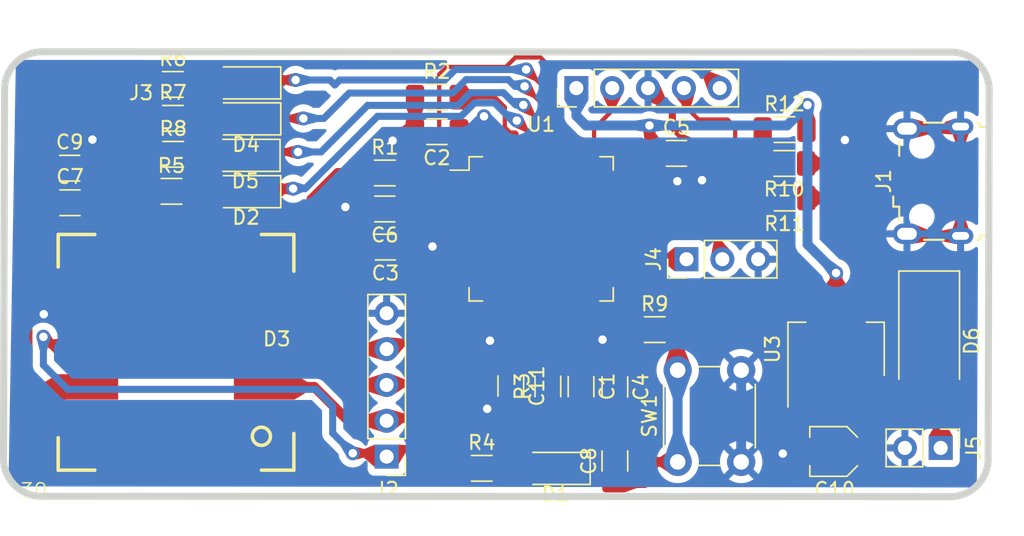
<source format=kicad_pcb>
(kicad_pcb (version 20221018) (generator pcbnew)
  (layers (0 "F.Cu" signal) (31 "B.Cu" signal) (34 "B.Paste" user) (35 "F.Paste" user) (36 "B.SilkS" user "B.Silkscreen") (37 "F.SilkS" user "F.Silkscreen") (38 "B.Mask" user) (39 "F.Mask" user) (44 "Edge.Cuts" user))
  (net 0 "")
  (net 1 "VDD")
  (net 2 "GND")
  (net 3 "BTN_RUN")
  (net 4 "Net-(D1-A)")
  (net 5 "LED_RUN")
  (net 6 "Net-(D2-A)")
  (net 7 "LED_X")
  (net 8 "Net-(D3-A)")
  (net 9 "LED_Y")
  (net 10 "Net-(D4-A)")
  (net 11 "LED_Z")
  (net 12 "Net-(D5-A)")
  (net 13 "Net-(D6-A)")
  (net 15 "Net-(J1-D-)")
  (net 16 "Net-(J1-D+)")
  (net 18 "VIBS_X")
  (net 19 "VIBS_Y")
  (net 20 "VIBS_Z")
  (net 21 "VIBS_T")
  (net 22 "SWD_CLK")
  (net 23 "SWD_IO")
  (net 24 "NRST")
  (net 25 "UART_TX")
  (net 26 "UART_RX")
  (net 27 "USB_DP")
  (net 28 "USB_DM")
  (net 29 "Net-(U1-PB11)")
  (net 30 "Net-(D6-K)")
  (net 31 "Net-(U1-BOOT0)")
  (net 32 "Net-(U1-PB2)")
  (footprint "Capacitor_SMD:C_1206_3216Metric_Pad1.33x1.80mm_HandSolder" (layer "F.Cu") (at 143.075 88.64 180)
    (fp_text reference "C6")
    (fp_text value "4.7uF")
  )
  (footprint "Capacitor_SMD:C_1206_3216Metric_Pad1.33x1.80mm_HandSolder" (layer "F.Cu") (at 163.7375 84.7)
    (fp_text reference "C5")
    (fp_text value "100nF")
  )
  (footprint "Capacitor_SMD:C_1206_3216Metric_Pad1.33x1.80mm_HandSolder" (layer "F.Cu") (at 120.7375 85.75)
    (fp_text reference "C9")
    (fp_text value "4.7uF")
  )
  (footprint "Connector_PinHeader_2.54mm:PinHeader_1x02_P2.54mm_Vertical" (layer "F.Cu") (at 182.465 105.575 -90)
    (fp_text reference "J5")
    (fp_text value "Conn_01x02_Pin")
  )
  (footprint "Capacitor_SMD:C_1206_3216Metric_Pad1.33x1.80mm_HandSolder" (layer "F.Cu") (at 159.375 106.5025 90)
    (fp_text reference "C8")
    (fp_text value "100nF")
  )
  (footprint "Capacitor_SMD:C_1206_3216Metric_Pad1.33x1.80mm_HandSolder" (layer "F.Cu") (at 146.7625 83.165 180)
    (fp_text reference "C2")
    (fp_text value "100nF")
  )
  (footprint "Package_PLLC:TE-830M1" (layer "F.Cu") (at 128.525 98.75 90)
    (fp_text reference "U2")
    (fp_text value "TE-830M1-0025")
  )
  (footprint "Capacitor_SMD:C_Elec_3x5.4" (layer "F.Cu") (at 174.95 105.825 180)
    (fp_text reference "C10")
    (fp_text value "100uF")
  )
  (footprint "Capacitor_SMD:C_1206_3216Metric_Pad1.33x1.80mm_HandSolder" (layer "F.Cu") (at 120.7625 88.2)
    (fp_text reference "C7")
    (fp_text value "100nF")
  )
  (footprint "Resistor_SMD:R_1206_3216Metric_Pad1.30x1.75mm_HandSolder" (layer "F.Cu") (at 143.075 86.09)
    (fp_text reference "R1")
    (fp_text value "10K")
  )
  (footprint "Package_QFP:LQFP-64_10x10mm_P0.5mm" (layer "F.Cu") (at 154.15 90.05)
    (fp_text reference "U1")
    (fp_text value "STM32F103RBTx")
  )
  (footprint "Resistor_SMD:R_1206_3216Metric_Pad1.30x1.75mm_HandSolder" (layer "F.Cu") (at 171.4 83.015)
    (fp_text reference "R12")
    (fp_text value "10K")
  )
  (footprint "Button_Switch_THT:SW_PUSH_6mm" (layer "F.Cu") (at 163.825 106.565 90)
    (fp_text reference "SW1")
    (fp_text value "SW_Push")
  )
  (footprint "LED_SMD:LED_1206_3216Metric_Pad1.42x1.75mm_HandSolder" (layer "F.Cu") (at 133.2375 79.705 180)
    (fp_text reference "D3")
    (fp_text value "GREEN")
  )
  (footprint "Connector_PinHeader_2.54mm:PinHeader_1x05_P2.54mm_Vertical" (layer "F.Cu") (at 143.2 106.19 180)
    (fp_text reference "J2")
    (fp_text value "Conn_01x05_Pin")
  )
  (footprint "Resistor_SMD:R_1206_3216Metric_Pad1.30x1.75mm_HandSolder" (layer "F.Cu") (at 128.05 79.815)
    (fp_text reference "R6")
    (fp_text value "1K")
  )
  (footprint "LED_SMD:LED_1206_3216Metric_Pad1.42x1.75mm_HandSolder" (layer "F.Cu") (at 155.1625 107.025 180)
    (fp_text reference "D1")
    (fp_text value "BLUE")
  )
  (footprint "Diode_SMD:D_SMA-SMB_Universal_Handsoldering" (layer "F.Cu") (at 181.65 98 -90)
    (fp_text reference "D6")
    (fp_text value "D")
  )
  (footprint "Resistor_SMD:R_1206_3216Metric_Pad1.30x1.75mm_HandSolder" (layer "F.Cu") (at 171.4 87.865 180)
    (fp_text reference "R11")
    (fp_text value "68")
  )
  (footprint "LED_SMD:LED_1206_3216Metric_Pad1.42x1.75mm_HandSolder" (layer "F.Cu") (at 133.1875 84.84 180)
    (fp_text reference "D5")
    (fp_text value "GREEN")
  )
  (footprint "Connector_PinHeader_2.54mm:PinHeader_1x05_P2.54mm_Vertical" (layer "F.Cu") (at 156.645 80.075 90)
    (fp_text reference "J3")
    (fp_text value "Conn_01x05_Pin")
  )
  (footprint "Resistor_SMD:R_1206_3216Metric_Pad1.30x1.75mm_HandSolder" (layer "F.Cu") (at 154.625 101.215 90)
    (fp_text reference "R3")
    (fp_text value "0")
  )
  (footprint "Resistor_SMD:R_1206_3216Metric_Pad1.30x1.75mm_HandSolder" (layer "F.Cu") (at 162.2 97.19)
    (fp_text reference "R9")
    (fp_text value "10K")
  )
  (footprint "Resistor_SMD:R_1206_3216Metric_Pad1.30x1.75mm_HandSolder" (layer "F.Cu") (at 171.375 85.415 180)
    (fp_text reference "R10")
    (fp_text value "68")
  )
  (footprint "Connector_USB:USB_Micro-B_Wuerth_629105150521" (layer "F.Cu") (at 181.925 86.675 90)
    (fp_text reference "J1")
    (fp_text value "USB_B_Micro")
  )
  (footprint "Resistor_SMD:R_1206_3216Metric_Pad1.30x1.75mm_HandSolder" (layer "F.Cu") (at 146.7625 80.715)
    (fp_text reference "R2")
    (fp_text value "0")
  )
  (footprint "Connector_PinHeader_2.54mm:PinHeader_1x03_P2.54mm_Vertical" (layer "F.Cu") (at 164.45 92.2 90)
    (fp_text reference "J4")
    (fp_text value "Conn_01x03_Pin")
  )
  (footprint "Package_TO_SOT_SMD:SOT-223-3_TabPin2" (layer "F.Cu") (at 175.05 98.575 90)
    (fp_text reference "U3")
    (fp_text value "AMS1117-3.3")
  )
  (footprint "Capacitor_SMD:C_1206_3216Metric_Pad1.33x1.80mm_HandSolder" (layer "F.Cu") (at 143.1125 91.34 180)
    (fp_text reference "C3")
    (fp_text value "100nF")
  )
  (footprint "Resistor_SMD:R_1206_3216Metric_Pad1.30x1.75mm_HandSolder" (layer "F.Cu") (at 149.9425 107.02)
    (fp_text reference "R4")
    (fp_text value "1K")
  )
  (footprint "LED_SMD:LED_1206_3216Metric_Pad1.42x1.75mm_HandSolder" (layer "F.Cu") (at 133.2375 87.415 180)
    (fp_text reference "D2")
    (fp_text value "RED")
  )
  (footprint "Resistor_SMD:R_1206_3216Metric_Pad1.30x1.75mm_HandSolder" (layer "F.Cu") (at 128.075 84.765)
    (fp_text reference "R8")
    (fp_text value "1K")
  )
  (footprint "Resistor_SMD:R_1206_3216Metric_Pad1.30x1.75mm_HandSolder" (layer "F.Cu") (at 128.05 82.215)
    (fp_text reference "R7")
    (fp_text value "1K")
  )
  (footprint "Capacitor_SMD:C_1206_3216Metric_Pad1.33x1.80mm_HandSolder" (layer "F.Cu") (at 156.975 101.2275 -90)
    (fp_text reference "C1")
    (fp_text value "4.7uF")
  )
  (footprint "LED_SMD:LED_1206_3216Metric_Pad1.42x1.75mm_HandSolder" (layer "F.Cu") (at 133.2375 82.255 180)
    (fp_text reference "D4")
    (fp_text value "GREEN")
  )
  (footprint "Capacitor_SMD:C_1206_3216Metric_Pad1.33x1.80mm_HandSolder" (layer "F.Cu") (at 152 101.1875 -90)
    (fp_text reference "C11")
    (fp_text value "100nF")
  )
  (footprint "Capacitor_SMD:C_1206_3216Metric_Pad1.33x1.80mm_HandSolder" (layer "F.Cu") (at 159.375 101.2525 -90)
    (fp_text reference "C4")
    (fp_text value "100nF")
  )
  (footprint "Resistor_SMD:R_1206_3216Metric_Pad1.30x1.75mm_HandSolder" (layer "F.Cu") (at 127.95 87.39)
    (fp_text reference "R5")
    (fp_text value "1K")
  )
  (gr_line (start 116.125 80.175) (end 116.05 106.325) (stroke (width 0.5)) (layer "Edge.Cuts"))
  (gr_arc (start 185.825 106.35) (mid 185.041511 108.241511) (end 183.15 109.025) (stroke (width 0.5)) (layer "Edge.Cuts"))
  (gr_arc (start 116.125 80.175) (mid 116.908489 78.283489) (end 118.8 77.5) (stroke (width 0.5)) (layer "Edge.Cuts"))
  (gr_line (start 185.9 80.2) (end 185.825 106.35) (stroke (width 0.5)) (layer "Edge.Cuts"))
  (gr_line (start 118.8 77.5) (end 183.225 77.525) (stroke (width 0.5)) (layer "Edge.Cuts"))
  (gr_line (start 183.15 109.025) (end 118.725 109) (stroke (width 0.5)) (layer "Edge.Cuts"))
  (gr_arc (start 183.225 77.525) (mid 185.116511 78.308489) (end 185.9 80.2) (stroke (width 0.5)) (layer "Edge.Cuts"))
  (gr_arc (start 118.725 109) (mid 116.833489 108.216511) (end 116.05 106.325) (stroke (width 0.5)) (layer "Edge.Cuts"))
  (segment (start 160.51 97.05) (end 160.65 97.19) (width 0.3) (layer "F.Cu") (net 1))
  (segment (start 159.825 86.3) (end 160.65 86.3) (width 0.3) (layer "F.Cu") (net 1))
  (segment (start 145.635 92.3) (end 144.675 91.34) (width 0.3) (layer "F.Cu") (net 1))
  (segment (start 143.525 88.575) (end 143.525 88.625) (width 0.5) (layer "F.Cu") (net 1))
  (segment (start 148.36 83.2) (end 148.325 83.165) (width 0.3) (layer "F.Cu") (net 1))
  (segment (start 137.875 87.95) (end 137.875 89.375) (width 0.7) (layer "F.Cu") (net 1))
  (segment (start 127.125 89.375) (end 126.4 88.65) (width 0.7) (layer "F.Cu") (net 1))
  (segment (start 152 99.625) (end 148.875 99.625) (width 0.7) (layer "F.Cu") (net 1))
  (segment (start 151.4 95.725) (end 151.4 97.425) (width 0.3) (layer "F.Cu") (net 1))
  (segment (start 150.4 84.375) (end 150.4 83.5) (width 0.3) (layer "F.Cu") (net 1))
  (segment (start 151.4 93.525) (end 151.4 95.725) (width 0.3) (layer "F.Cu") (net 1))
  (segment (start 142.975 88.025) (end 143.525 88.575) (width 0.5) (layer "F.Cu") (net 1))
  (segment (start 121.74 82.215) (end 126.5 82.215) (width 0.7) (layer "F.Cu") (net 1))
  (segment (start 175.05 95.425) (end 175.05 101.725) (width 0.7) (layer "F.Cu") (net 1))
  (segment (start 160.65 99.375) (end 160.335 99.69) (width 0.5) (layer "F.Cu") (net 1))
  (segment (start 148.875 99.625) (end 147.725 100.775) (width 0.7) (layer "F.Cu") (net 1))
  (segment (start 151.8 86.3) (end 150.925 86.3) (width 0.3) (layer "F.Cu") (net 1))
  (segment (start 151.875 99.5) (end 152 99.625) (width 0.3) (layer "F.Cu") (net 1))
  (segment (start 150.1 83.2) (end 148.36 83.2) (width 0.3) (layer "F.Cu") (net 1))
  (segment (start 157.9 95.725) (end 157.9 94.848959) (width 0.3) (layer "F.Cu") (net 1))
  (segment (start 120.95 81.425) (end 121.74 82.215) (width 0.7) (layer "F.Cu") (net 1))
  (segment (start 143.525 88.625) (end 144.6225 88.625) (width 0.5) (layer "F.Cu") (net 1))
  (segment (start 148.15 83.34) (end 148.325 83.165) (width 0.3) (layer "F.Cu") (net 1))
  (segment (start 150.925 86.3) (end 150.35 85.725) (width 0.3) (layer "F.Cu") (net 1))
  (segment (start 141.525 86.09) (end 139.735 86.09) (width 0.7) (layer "F.Cu") (net 1))
  (segment (start 150.35 85.725) (end 150.4 85.675) (width 0.3) (layer "F.Cu") (net 1))
  (segment (start 160.335 99.69) (end 159.375 99.69) (width 0.5) (layer "F.Cu") (net 1))
  (segment (start 151.4 86.7) (end 151.8 86.3) (width 0.3) (layer "F.Cu") (net 1))
  (segment (start 126.525 87.265) (end 126.4 87.39) (width 0.7) (layer "F.Cu") (net 1))
  (segment (start 118.675 101.25) (end 117.75 100.325) (width 0.7) (layer "F.Cu") (net 1))
  (segment (start 119.2 89.7) (end 119.2 88.2) (width 0.7) (layer "F.Cu") (net 1))
  (segment (start 119.175 85.75) (end 119.175 83.2) (width 0.7) (layer "F.Cu") (net 1))
  (segment (start 157.9 97.05) (end 160.51 97.05) (width 0.3) (layer "F.Cu") (net 1))
  (segment (start 156.576041 93.525) (end 151.4 93.525) (width 0.3) (layer "F.Cu") (net 1))
  (segment (start 160.65 97.19) (end 160.65 99.375) (width 0.5) (layer "F.Cu") (net 1))
  (segment (start 126.5 79.815) (end 126.5 82.215) (width 0.7) (layer "F.Cu") (net 1))
  (segment (start 117.75 100.325) (end 117.75 91.15) (width 0.7) (layer "F.Cu") (net 1))
  (segment (start 148.475 92.3) (end 145.635 92.3) (width 0.3) (layer "F.Cu") (net 1))
  (segment (start 126.525 84.765) (end 126.525 87.265) (width 0.7) (layer "F.Cu") (net 1))
  (segment (start 148.475 86.3) (end 150.925 86.3) (width 0.3) (layer "F.Cu") (net 1))
  (segment (start 148.475 86.3) (end 147.4 86.3) (width 0.3) (layer "F.Cu") (net 1))
  (segment (start 147.35 84.675) (end 148.15 84.675) (width 0.3) (layer "F.Cu") (net 1))
  (segment (start 147.725 101.3) (end 147.725 106.3525) (width 0.7) (layer "F.Cu") (net 1))
  (segment (start 147.725 106.3525) (end 148.3925 107.02) (width 0.7) (layer "F.Cu") (net 1))
  (segment (start 159.375 99.69) (end 159.375 100.875) (width 0.7) (layer "F.Cu") (net 1))
  (segment (start 137.875 89.375) (end 127.125 89.375) (width 0.7) (layer "F.Cu") (net 1))
  (segment (start 150.175 92.3) (end 151.4 93.525) (width 0.3) (layer "F.Cu") (net 1))
  (segment (start 162.15 84.675) (end 162.175 84.7) (width 0.3) (layer "F.Cu") (net 1))
  (segment (start 148.15 84.675) (end 148.15 83.34) (width 0.3) (layer "F.Cu") (net 1))
  (segment (start 126.5 84.74) (end 126.525 84.765) (width 0.7) (layer "F.Cu") (net 1))
  (segment (start 157.9 95.725) (end 157.9 97.05) (width 0.3) (layer "F.Cu") (net 1))
  (segment (start 147.725 100.775) (end 147.725 101.3) (width 0.7) (layer "F.Cu") (net 1))
  (segment (start 175.05 93.175) (end 175.05 95.425) (width 0.7) (layer "F.Cu") (net 1))
  (segment (start 126.4 88.65) (end 126.4 87.39) (width 0.7) (layer "F.Cu") (net 1))
  (segment (start 160.8 86.15) (end 160.8 84.9) (width 0.3) (layer "F.Cu") (net 1))
  (segment (start 144.6225 88.625) (end 144.6375 88.64) (width 0.5) (layer "F.Cu") (net 1))
  (segment (start 146.9 85.8) (end 146.9 85.125) (width 0.3) (layer "F.Cu") (net 1))
  (segment (start 141.525 86.09) (end 142.065 86.09) (width 0.5) (layer "F.Cu") (net 1))
  (segment (start 159.15 101.1) (end 147.925 101.1) (width 0.7) (layer "F.Cu") (net 1))
  (segment (start 119.175 85.75) (end 119.175 88.175) (width 0.7) (layer "F.Cu") (net 1))
  (segment (start 119.175 88.175) (end 119.2 88.2) (width 0.7) (layer "F.Cu") (net 1))
  (segment (start 147.925 101.1) (end 147.725 101.3) (width 0.7) (layer "F.Cu") (net 1))
  (segment (start 161.025 84.675) (end 162.15 84.675) (width 0.3) (layer "F.Cu") (net 1))
  (segment (start 142.065 86.09) (end 142.975 87) (width 0.5) (layer "F.Cu") (net 1))
  (segment (start 144.6375 91.3025) (end 144.675 91.34) (width 0.7) (layer "F.Cu") (net 1))
  (segment (start 160.65 86.3) (end 160.8 86.15) (width 0.3) (layer "F.Cu") (net 1))
  (segment (start 161.825 82.725) (end 161.825 84.35) (width 0.7) (layer "F.Cu") (net 1))
  (segment (start 117.75 91.15) (end 119.2 89.7) (width 0.7) (layer "F.Cu") (net 1))
  (segment (start 126.5 82.215) (end 126.5 84.74) (width 0.7) (layer "F.Cu") (net 1))
  (segment (start 142.975 87) (end 142.975 88.025) (width 0.5) (layer "F.Cu") (net 1))
  (segment (start 146.9 85.125) (end 147.35 84.675) (width 0.3) (layer "F.Cu") (net 1))
  (segment (start 122.025 101.25) (end 118.675 101.25) (width 0.7) (layer "F.Cu") (net 1))
  (segment (start 160.8 84.9) (end 161.025 84.675) (width 0.3) (layer "F.Cu") (net 1))
  (segment (start 172.95 83.015) (end 172.95 81.35) (width 0.7) (layer "F.Cu") (net 1))
  (segment (start 139.735 86.09) (end 137.875 87.95) (width 0.7) (layer "F.Cu") (net 1))
  (segment (start 157.9 94.848959) (end 156.576041 93.525) (width 0.3) (layer "F.Cu") (net 1))
  (segment (start 147.4 86.3) (end 146.9 85.8) (width 0.3) (layer "F.Cu") (net 1))
  (segment (start 159.825 86.3) (end 151.8 86.3) (width 0.3) (layer "F.Cu") (net 1))
  (segment (start 161.825 84.35) (end 162.175 84.7) (width 0.7) (layer "F.Cu") (net 1))
  (segment (start 119.175 83.2) (end 120.95 81.425) (width 0.7) (layer "F.Cu") (net 1))
  (segment (start 144.6375 88.64) (end 144.6375 91.3025) (width 0.7) (layer "F.Cu") (net 1))
  (segment (start 150.4 83.5) (end 150.1 83.2) (width 0.3) (layer "F.Cu") (net 1))
  (segment (start 159.375 100.875) (end 159.15 101.1) (width 0.7) (layer "F.Cu") (net 1))
  (segment (start 151.4 97.425) (end 151.875 97.9) (width 0.3) (layer "F.Cu") (net 1))
  (segment (start 172.95 81.35) (end 173.025 81.275) (width 0.7) (layer "F.Cu") (net 1))
  (segment (start 151.4 93.525) (end 151.4 86.7) (width 0.3) (layer "F.Cu") (net 1))
  (segment (start 150.4 85.675) (end 150.4 84.375) (width 0.3) (layer "F.Cu") (net 1))
  (segment (start 151.875 97.9) (end 151.875 99.5) (width 0.3) (layer "F.Cu") (net 1))
  (segment (start 148.475 92.3) (end 150.175 92.3) (width 0.3) (layer "F.Cu") (net 1))
  (via (at 161.825 82.725) (size 1) (drill 0.6) (layers "F.Cu" "B.Cu") (net 1))
  (via (at 175.05 93.175) (size 1) (drill 0.6) (layers "F.Cu" "B.Cu") (net 1))
  (via (at 173.025 81.275) (size 1) (drill 0.6) (layers "F.Cu" "B.Cu") (net 1))
  (segment (start 157.325 82.725) (end 161.825 82.725) (width 0.7) (layer "B.Cu") (net 1))
  (segment (start 156.645 80.075) (end 156.645 82.045) (width 0.7) (layer "B.Cu") (net 1))
  (segment (start 173.025 81.275) (end 171.575 82.725) (width 0.7) (layer "B.Cu") (net 1))
  (segment (start 173.025 91.15) (end 175.05 93.175) (width 0.7) (layer "B.Cu") (net 1))
  (segment (start 171.575 82.725) (end 161.825 82.725) (width 0.7) (layer "B.Cu") (net 1))
  (segment (start 156.645 82.045) (end 157.325 82.725) (width 0.7) (layer "B.Cu") (net 1))
  (segment (start 173.025 81.275) (end 173.025 91.15) (width 0.7) (layer "B.Cu") (net 1))
  (segment (start 163.675 86.8) (end 163.8 86.675) (width 0.3) (layer "F.Cu") (net 2))
  (segment (start 154.625 102.765) (end 156.95 102.765) (width 0.7) (layer "F.Cu") (net 2))
  (segment (start 165.3 86.35) (end 165.55 86.6) (width 0.3) (layer "F.Cu") (net 2))
  (segment (start 145.2125 80.715) (end 145.2125 83.1525) (width 0.7) (layer "F.Cu") (net 2))
  (segment (start 157 102.815) (end 156.975 102.79) (width 0.7) (layer "F.Cu") (net 2))
  (segment (start 122.3 88.175) (end 122.325 88.2) (width 0.7) (layer "F.Cu") (net 2))
  (segment (start 157.4 97.257107) (end 158.042393 97.8995) (width 0.3) (layer "F.Cu") (net 2))
  (segment (start 122.025 96.15) (end 118.95 96.15) (width 1) (layer "F.Cu") (net 2))
  (segment (start 176.575 85.375) (end 175.675 84.475) (width 0.3) (layer "F.Cu") (net 2))
  (segment (start 122.3 85.75) (end 122.3 88.175) (width 0.7) (layer "F.Cu") (net 2))
  (segment (start 180.225 90.55) (end 180.075 90.4) (width 0.7) (layer "F.Cu") (net 2))
  (segment (start 171.425 105.825) (end 171.275 105.975) (width 0.7) (layer "F.Cu") (net 2))
  (segment (start 144.26 83.165) (end 143.625 83.8) (width 0.7) (layer "F.Cu") (net 2))
  (segment (start 183.725 82.95) (end 183.875 82.8) (width 0.7) (layer "F.Cu") (net 2))
  (segment (start 152 102.75) (end 154.61 102.75) (width 0.7) (layer "F.Cu") (net 2))
  (segment (start 159.825 86.8) (end 163.675 86.8) (width 0.3) (layer "F.Cu") (net 2))
  (segment (start 141.5125 88.64) (end 141.5125 91.3025) (width 0.7) (layer "F.Cu") (net 2))
  (segment (start 180.025 85.375) (end 176.575 85.375) (width 0.3) (layer "F.Cu") (net 2))
  (segment (start 150.9 84.375) (end 150.9 82.875) (width 0.3) (layer "F.Cu") (net 2))
  (segment (start 183.875 82.8) (end 183.875 90.55) (width 0.7) (layer "F.Cu") (net 2))
  (segment (start 141.5125 88.64) (end 140.415 88.64) (width 0.7) (layer "F.Cu") (net 2))
  (segment (start 158.042393 97.8995) (end 158.5 97.8995) (width 0.3) (layer "F.Cu") (net 2))
  (segment (start 173.625 105.825) (end 171.425 105.825) (width 0.7) (layer "F.Cu") (net 2))
  (segment (start 150.9 82.875) (end 150.1 82.075) (width 0.3) (layer "F.Cu") (net 2))
  (segment (start 156.94 104.94) (end 159.375 104.94) (width 0.7) (layer "F.Cu") (net 2))
  (segment (start 150.9 97.6) (end 150.525 97.975) (width 0.3) (layer "F.Cu") (net 2))
  (segment (start 118.95 96.15) (end 118.9 96.1) (width 1) (layer "F.Cu") (net 2))
  (segment (start 180.075 82.95) (end 183.725 82.95) (width 0.7) (layer "F.Cu") (net 2))
  (segment (start 163.45 81.8) (end 163.45 82.85) (width 0.5) (layer "F.Cu") (net 2))
  (segment (start 148.475 91.8) (end 146.95 91.8) (width 0.3) (layer "F.Cu") (net 2))
  (segment (start 145.2125 83.1525) (end 145.2 83.165) (width 0.7) (layer "F.Cu") (net 2))
  (segment (start 183.875 90.55) (end 180.225 90.55) (width 0.7) (layer "F.Cu") (net 2))
  (segment (start 154.61 102.75) (end 154.625 102.765) (width 0.7) (layer "F.Cu") (net 2))
  (segment (start 152 102.75) (end 150.375 102.75) (width 0.7) (layer "F.Cu") (net 2))
  (segment (start 156.65 107.025) (end 156.65 105.1) (width 0.7) (layer "F.Cu") (net 2))
  (segment (start 175.675 84.475) (end 175.675 83.75) (width 0.3) (layer "F.Cu") (net 2))
  (segment (start 141.5125 91.3025) (end 141.55 91.34) (width 0.7) (layer "F.Cu") (net 2))
  (segment (start 156.875 104.875) (end 156.94 104.94) (width 0.7) (layer "F.Cu") (net 2))
  (segment (start 157.4 95.725) (end 157.4 97.257107) (width 0.3) (layer "F.Cu") (net 2))
  (segment (start 159.375 102.815) (end 157 102.815) (width 0.7) (layer "F.Cu") (net 2))
  (segment (start 156.95 102.765) (end 156.975 102.79) (width 0.7) (layer "F.Cu") (net 2))
  (segment (start 150.375 102.75) (end 150.325 102.8) (width 0.7) (layer "F.Cu") (net 2))
  (segment (start 146.95 91.8) (end 146.45 91.3) (width 0.3) (layer "F.Cu") (net 2))
  (segment (start 122.3 85.75) (end 122.3 83.775) (width 0.7) (layer "F.Cu") (net 2))
  (segment (start 161.725 80.075) (end 163.45 81.8) (width 0.5) (layer "F.Cu") (net 2))
  (segment (start 159.375 102.815) (end 159.375 104.94) (width 0.7) (layer "F.Cu") (net 2))
  (segment (start 156.65 105.1) (end 156.875 104.875) (width 0.7) (layer "F.Cu") (net 2))
  (segment (start 172.75 101.725) (end 172.75 104.95) (width 0.7) (layer "F.Cu") (net 2))
  (segment (start 140.415 88.64) (end 140.275 88.5) (width 0.7) (layer "F.Cu") (net 2))
  (segment (start 163.45 82.85) (end 165.3 84.7) (width 0.5) (layer "F.Cu") (net 2))
  (segment (start 150.9 95.725) (end 150.9 97.6) (width 0.3) (layer "F.Cu") (net 2))
  (segment (start 122.3 83.775) (end 122.35 83.725) (width 0.7) (layer "F.Cu") (net 2))
  (segment (start 172.75 104.95) (end 173.625 105.825) (width 0.7) (layer "F.Cu") (net 2))
  (segment (start 145.2 83.165) (end 144.26 83.165) (width 0.7) (layer "F.Cu") (net 2))
  (segment (start 165.3 84.7) (end 165.3 86.35) (width 0.3) (layer "F.Cu") (net 2))
  (via (at 150.325 102.8) (size 1) (drill 0.6) (layers "F.Cu" "B.Cu") (net 2))
  (via (at 171.275 105.975) (size 1) (drill 0.6) (layers "F.Cu" "B.Cu") (net 2))
  (via (at 146.45 91.3) (size 1) (drill 0.6) (layers "F.Cu" "B.Cu") (net 2))
  (via (at 150.1 82.075) (size 1) (drill 0.6) (layers "F.Cu" "B.Cu") (net 2))
  (via (at 122.35 83.725) (size 1) (drill 0.6) (layers "F.Cu" "B.Cu") (net 2))
  (via (at 150.525 97.975) (size 1) (drill 0.6) (layers "F.Cu" "B.Cu") (net 2))
  (via (at 165.55 86.6) (size 1) (drill 0.6) (layers "F.Cu" "B.Cu") (net 2))
  (via (at 163.8 86.675) (size 1) (drill 0.6) (layers "F.Cu" "B.Cu") (net 2))
  (via (at 140.275 88.5) (size 1) (drill 0.6) (layers "F.Cu" "B.Cu") (net 2))
  (via (at 175.675 83.75) (size 1) (drill 0.6) (layers "F.Cu" "B.Cu") (net 2))
  (via (at 158.5 97.8995) (size 1) (drill 0.6) (layers "F.Cu" "B.Cu") (net 2))
  (via (at 118.9 96.1) (size 1) (drill 0.6) (layers "F.Cu" "B.Cu") (net 2))
  (via (at 143.625 83.8) (size 1) (drill 0.6) (layers "F.Cu" "B.Cu") (net 2))
  (segment (start 168.325 100.065) (end 168.325 106.565) (width 0.7) (layer "B.Cu") (net 2))
  (segment (start 159.825 93.8) (end 161.45 93.8) (width 0.3) (layer "F.Cu") (net 3))
  (segment (start 159.375 108.065) (end 161.46 108.065) (width 0.7) (layer "F.Cu") (net 3))
  (segment (start 161.45 93.8) (end 163.75 96.1) (width 0.3) (layer "F.Cu") (net 3))
  (segment (start 162.065 107.46) (end 162.065 106.565) (width 0.7) (layer "F.Cu") (net 3))
  (segment (start 163.75 96.1) (end 163.75 97.19) (width 0.3) (layer "F.Cu") (net 3))
  (segment (start 161.46 108.065) (end 162.065 107.46) (width 0.7) (layer "F.Cu") (net 3))
  (segment (start 163.75 97.19) (end 163.75 99.99) (width 0.7) (layer "F.Cu") (net 3))
  (segment (start 162.065 106.565) (end 163.825 106.565) (width 0.7) (layer "F.Cu") (net 3))
  (segment (start 163.75 99.99) (end 163.825 100.065) (width 0.7) (layer "F.Cu") (net 3))
  (segment (start 163.825 100.065) (end 163.825 106.565) (width 0.7) (layer "B.Cu") (net 3))
  (segment (start 151.4925 107.02) (end 153.67 107.02) (width 0.7) (layer "F.Cu") (net 4))
  (segment (start 153.67 107.02) (end 153.675 107.025) (width 0.7) (layer "F.Cu") (net 4))
  (segment (start 153.4 84.375) (end 153.4 83.35) (width 0.3) (layer "F.Cu") (net 5))
  (segment (start 153.4 83.35) (end 152.425 82.375) (width 0.3) (layer "F.Cu") (net 5))
  (segment (start 134.94 87.2) (end 134.725 87.415) (width 0.5) (layer "F.Cu") (net 5))
  (segment (start 136.575 87.2) (end 134.94 87.2) (width 0.5) (layer "F.Cu") (net 5))
  (via (at 136.575 87.2) (size 1) (drill 0.6) (layers "F.Cu" "B.Cu") (net 5))
  (via (at 152.425 82.375) (size 1) (drill 0.6) (layers "F.Cu" "B.Cu") (net 5))
  (segment (start 137.425 87.2) (end 136.575 87.2) (width 0.5) (layer "B.Cu") (net 5))
  (segment (start 137.55 87.075) (end 137.425 87.2) (width 0.5) (layer "B.Cu") (net 5))
  (segment (start 150.85 81.125) (end 149.425 81.125) (width 0.5) (layer "B.Cu") (net 5))
  (segment (start 152.425 82.375) (end 152.1 82.375) (width 0.5) (layer "B.Cu") (net 5))
  (segment (start 148.475 82.075) (end 142.55 82.075) (width 0.5) (layer "B.Cu") (net 5))
  (segment (start 142.55 82.075) (end 137.55 87.075) (width 0.5) (layer "B.Cu") (net 5))
  (segment (start 150.975 81.25) (end 150.85 81.125) (width 0.5) (layer "B.Cu") (net 5))
  (segment (start 149.425 81.125) (end 148.475 82.075) (width 0.5) (layer "B.Cu") (net 5))
  (segment (start 152.1 82.375) (end 150.975 81.25) (width 0.5) (layer "B.Cu") (net 5))
  (segment (start 129.525 87.415) (end 129.5 87.39) (width 0.7) (layer "F.Cu") (net 6))
  (segment (start 131.75 87.415) (end 129.525 87.415) (width 0.7) (layer "F.Cu") (net 6))
  (segment (start 154.9 80.571825) (end 153.083598 78.755423) (width 0.3) (layer "F.Cu") (net 7))
  (segment (start 136.75 79.5) (end 134.93 79.5) (width 0.5) (layer "F.Cu") (net 7))
  (segment (start 154.9 84.375) (end 154.9 80.571825) (width 0.3) (layer "F.Cu") (net 7))
  (segment (start 134.93 79.5) (end 134.725 79.705) (width 0.5) (layer "F.Cu") (net 7))
  (via (at 136.75 79.5) (size 1) (drill 0.6) (layers "F.Cu" "B.Cu") (net 7))
  (via (at 153.083598 78.755423) (size 1) (drill 0.6) (layers "F.Cu" "B.Cu") (net 7))
  (segment (start 139.175 79.5) (end 136.75 79.5) (width 0.5) (layer "B.Cu") (net 7))
  (segment (start 147.325 79.5) (end 139.875 79.5) (width 0.5) (layer "B.Cu") (net 7))
  (segment (start 153.083598 78.755423) (end 148.069577 78.755423) (width 0.5) (layer "B.Cu") (net 7))
  (segment (start 148.069577 78.755423) (end 147.325 79.5) (width 0.5) (layer "B.Cu") (net 7))
  (segment (start 139.525 79.85) (end 139.175 79.5) (width 0.5) (layer "B.Cu") (net 7))
  (segment (start 139.875 79.5) (end 139.525 79.85) (width 0.5) (layer "B.Cu") (net 7))
  (segment (start 131.75 79.705) (end 129.71 79.705) (width 0.7) (layer "F.Cu") (net 8))
  (segment (start 129.71 79.705) (end 129.6 79.815) (width 0.7) (layer "F.Cu") (net 8))
  (segment (start 137.3 82.225) (end 134.755 82.225) (width 0.5) (layer "F.Cu") (net 9))
  (segment (start 154.4 81.375) (end 152.975 79.95) (width 0.3) (layer "F.Cu") (net 9))
  (segment (start 154.4 84.375) (end 154.4 81.375) (width 0.3) (layer "F.Cu") (net 9))
  (segment (start 134.755 82.225) (end 134.725 82.255) (width 0.5) (layer "F.Cu") (net 9))
  (via (at 137.3 82.225) (size 1) (drill 0.6) (layers "F.Cu" "B.Cu") (net 9))
  (via (at 152.975 79.95) (size 1) (drill 0.6) (layers "F.Cu" "B.Cu") (net 9))
  (segment (start 147.875 80.425) (end 140.55 80.425) (width 0.5) (layer "B.Cu") (net 9))
  (segment (start 151.825 79.475) (end 148.825 79.475) (width 0.5) (layer "B.Cu") (net 9))
  (segment (start 152.975 79.95) (end 152.3 79.95) (width 0.5) (layer "B.Cu") (net 9))
  (segment (start 139.025 81.95) (end 138.75 82.225) (width 0.5) (layer "B.Cu") (net 9))
  (segment (start 140.55 80.425) (end 139.025 81.95) (width 0.5) (layer "B.Cu") (net 9))
  (segment (start 148.825 79.475) (end 147.875 80.425) (width 0.5) (layer "B.Cu") (net 9))
  (segment (start 138.75 82.225) (end 137.3 82.225) (width 0.5) (layer "B.Cu") (net 9))
  (segment (start 152.3 79.95) (end 151.825 79.475) (width 0.5) (layer "B.Cu") (net 9))
  (segment (start 131.75 82.255) (end 129.64 82.255) (width 0.7) (layer "F.Cu") (net 10))
  (segment (start 129.64 82.255) (end 129.6 82.215) (width 0.7) (layer "F.Cu") (net 10))
  (segment (start 153.9 82.279021) (end 152.890475 81.269496) (width 0.3) (layer "F.Cu") (net 11))
  (segment (start 136.925 84.6) (end 134.915 84.6) (width 0.5) (layer "F.Cu") (net 11))
  (segment (start 134.915 84.6) (end 134.675 84.84) (width 0.5) (layer "F.Cu") (net 11))
  (segment (start 153.9 84.375) (end 153.9 82.279021) (width 0.3) (layer "F.Cu") (net 11))
  (via (at 152.890475 81.269496) (size 1) (drill 0.6) (layers "F.Cu" "B.Cu") (net 11))
  (via (at 136.925 84.6) (size 1) (drill 0.6) (layers "F.Cu" "B.Cu") (net 11))
  (segment (start 152.344496 81.269496) (end 151.475 80.4) (width 0.5) (layer "B.Cu") (net 11))
  (segment (start 152.890475 81.269496) (end 152.344496 81.269496) (width 0.5) (layer "B.Cu") (net 11))
  (segment (start 138.55 84.6) (end 136.925 84.6) (width 0.5) (layer "B.Cu") (net 11))
  (segment (start 149.15 80.4) (end 148.25 81.3) (width 0.5) (layer "B.Cu") (net 11))
  (segment (start 151.475 80.4) (end 149.15 80.4) (width 0.5) (layer "B.Cu") (net 11))
  (segment (start 138.775 84.375) (end 138.55 84.6) (width 0.5) (layer "B.Cu") (net 11))
  (segment (start 148.25 81.3) (end 141.85 81.3) (width 0.5) (layer "B.Cu") (net 11))
  (segment (start 141.85 81.3) (end 138.775 84.375) (width 0.5) (layer "B.Cu") (net 11))
  (segment (start 131.7 84.84) (end 129.7 84.84) (width 0.7) (layer "F.Cu") (net 12))
  (segment (start 129.7 84.84) (end 129.625 84.765) (width 0.7) (layer "F.Cu") (net 12))
  (segment (start 181.65 101.5) (end 182.465 102.315) (width 0.7) (layer "F.Cu") (net 13))
  (segment (start 182.465 102.315) (end 182.465 105.575) (width 0.7) (layer "F.Cu") (net 13))
  (segment (start 181.65 100.9) (end 181.65 101.5) (width 0.7) (layer "F.Cu") (net 13))
  (segment (start 175.25 87.325) (end 174.71 87.865) (width 0.3) (layer "F.Cu") (net 15))
  (segment (start 174.71 87.865) (end 172.95 87.865) (width 0.3) (layer "F.Cu") (net 15))
  (segment (start 180.025 87.325) (end 175.25 87.325) (width 0.3) (layer "F.Cu") (net 15))
  (segment (start 180.025 86.675) (end 176.65 86.675) (width 0.3) (layer "F.Cu") (net 16))
  (segment (start 175.39 85.415) (end 172.925 85.415) (width 0.3) (layer "F.Cu") (net 16))
  (segment (start 176.65 86.675) (end 175.39 85.415) (width 0.3) (layer "F.Cu") (net 16))
  (segment (start 134.525 101.25) (end 138.075 101.25) (width 0.7) (layer "F.Cu") (net 18))
  (segment (start 146.15 94.025) (end 146.15 101.9) (width 0.3) (layer "F.Cu") (net 18))
  (segment (start 138.075 101.25) (end 140.475 103.65) (width 0.7) (layer "F.Cu") (net 18))
  (segment (start 146.15 101.9) (end 144.4 103.65) (width 0.3) (layer "F.Cu") (net 18))
  (segment (start 144.4 103.65) (end 143.2 103.65) (width 0.3) (layer "F.Cu") (net 18))
  (segment (start 140.475 103.65) (end 143.2 103.65) (width 0.7) (layer "F.Cu") (net 18))
  (segment (start 148.475 93.8) (end 146.375 93.8) (width 0.3) (layer "F.Cu") (net 18))
  (segment (start 146.375 93.8) (end 146.15 94.025) (width 0.3) (layer "F.Cu") (net 18))
  (segment (start 145.65 93.6) (end 145.65 100.075) (width 0.3) (layer "F.Cu") (net 19))
  (segment (start 134.525 98.75) (end 137.6 98.75) (width 0.7) (layer "F.Cu") (net 19))
  (segment (start 145.95 93.3) (end 145.65 93.6) (width 0.3) (layer "F.Cu") (net 19))
  (segment (start 145.65 100.075) (end 144.615 101.11) (width 0.3) (layer "F.Cu") (net 19))
  (segment (start 144.615 101.11) (end 143.2 101.11) (width 0.3) (layer "F.Cu") (net 19))
  (segment (start 137.6 98.75) (end 139.96 101.11) (width 0.7) (layer "F.Cu") (net 19))
  (segment (start 139.96 101.11) (end 143.2 101.11) (width 0.7) (layer "F.Cu") (net 19))
  (segment (start 148.475 93.3) (end 145.95 93.3) (width 0.3) (layer "F.Cu") (net 19))
  (segment (start 139.82 98.57) (end 143.2 98.57) (width 0.7) (layer "F.Cu") (net 20))
  (segment (start 134.525 96.15) (end 137.4 96.15) (width 0.7) (layer "F.Cu") (net 20))
  (segment (start 145.125 97.475) (end 144.03 98.57) (width 0.3) (layer "F.Cu") (net 20))
  (segment (start 148.475 92.8) (end 145.65 92.8) (width 0.3) (layer "F.Cu") (net 20))
  (segment (start 145.125 93.325) (end 145.125 97.475) (width 0.3) (layer "F.Cu") (net 20))
  (segment (start 144.03 98.57) (end 143.2 98.57) (width 0.3) (layer "F.Cu") (net 20))
  (segment (start 137.4 96.15) (end 139.82 98.57) (width 0.7) (layer "F.Cu") (net 20))
  (segment (start 145.65 92.8) (end 145.125 93.325) (width 0.3) (layer "F.Cu") (net 20))
  (segment (start 150.4 96.75) (end 150 97.15) (width 0.3) (layer "F.Cu") (net 21))
  (segment (start 146.85 97.85) (end 146.85 103.275) (width 0.3) (layer "F.Cu") (net 21))
  (segment (start 146.85 103.275) (end 143.935 106.19) (width 0.3) (layer "F.Cu") (net 21))
  (segment (start 150 97.15) (end 147.55 97.15) (width 0.3) (layer "F.Cu") (net 21))
  (segment (start 147.55 97.15) (end 146.85 97.85) (width 0.3) (layer "F.Cu") (net 21))
  (segment (start 150.4 95.725) (end 150.4 96.75) (width 0.3) (layer "F.Cu") (net 21))
  (segment (start 142.96 105.95) (end 143.2 106.19) (width 0.5) (layer "F.Cu") (net 21))
  (segment (start 122.425 98.75) (end 119.925 98.75) (width 0.5) (layer "F.Cu") (net 21))
  (segment (start 143.935 106.19) (end 143.2 106.19) (width 0.3) (layer "F.Cu") (net 21))
  (segment (start 140.8 105.95) (end 142.96 105.95) (width 0.5) (layer "F.Cu") (net 21))
  (segment (start 119.925 98.75) (end 118.875 97.7) (width 0.5) (layer "F.Cu") (net 21))
  (via (at 140.8 105.95) (size 1) (drill 0.6) (layers "F.Cu" "B.Cu") (net 21))
  (via (at 118.875 97.7) (size 1) (drill 0.6) (layers "F.Cu" "B.Cu") (net 21))
  (segment (start 139.375 104.525) (end 140.8 105.95) (width 0.5) (layer "B.Cu") (net 21))
  (segment (start 118.875 97.7) (end 118.875 99.7) (width 0.5) (layer "B.Cu") (net 21))
  (segment (start 120.6 101.425) (end 138.2 101.425) (width 0.5) (layer "B.Cu") (net 21))
  (segment (start 138.2 101.425) (end 139.375 102.6) (width 0.5) (layer "B.Cu") (net 21))
  (segment (start 139.375 102.6) (end 139.375 104.525) (width 0.5) (layer "B.Cu") (net 21))
  (segment (start 118.875 99.7) (end 120.6 101.425) (width 0.5) (layer "B.Cu") (net 21))
  (segment (start 157.9 84.375) (end 157.9 82.95) (width 0.3) (layer "F.Cu") (net 22))
  (segment (start 159.185 81.665) (end 159.185 80.075) (width 0.3) (layer "F.Cu") (net 22))
  (segment (start 157.9 82.95) (end 159.185 81.665) (width 0.3) (layer "F.Cu") (net 22))
  (segment (start 165.3 82.3) (end 164.265 81.265) (width 0.3) (layer "F.Cu") (net 23))
  (segment (start 167.9 82.85) (end 167.35 82.3) (width 0.3) (layer "F.Cu") (net 23))
  (segment (start 159.825 87.3) (end 162.275 87.3) (width 0.3) (layer "F.Cu") (net 23))
  (segment (start 167.35 82.3) (end 165.3 82.3) (width 0.3) (layer "F.Cu") (net 23))
  (segment (start 164.265 81.265) (end 164.265 80.075) (width 0.3) (layer "F.Cu") (net 23))
  (segment (start 162.675 87.7) (end 167.9 87.7) (width 0.3) (layer "F.Cu") (net 23))
  (segment (start 162.275 87.3) (end 162.675 87.7) (width 0.3) (layer "F.Cu") (net 23))
  (segment (start 167.9 87.7) (end 167.9 82.85) (width 0.3) (layer "F.Cu") (net 23))
  (segment (start 146.925 79.1) (end 147.45 78.575) (width 0.3) (layer "F.Cu") (net 24))
  (segment (start 151.65 78.575) (end 152.319577 77.905423) (width 0.3) (layer "F.Cu") (net 24))
  (segment (start 165.205 78.475) (end 166.805 80.075) (width 0.3) (layer "F.Cu") (net 24))
  (segment (start 148.475 89.3) (end 146.975 89.3) (width 0.3) (layer "F.Cu") (net 24))
  (segment (start 145.99 85.06) (end 146.925 84.125) (width 0.3) (layer "F.Cu") (net 24))
  (segment (start 154.105423 77.905423) (end 154.675 78.475) (width 0.3) (layer "F.Cu") (net 24))
  (segment (start 146.975 89.3) (end 146.725 89.05) (width 0.3) (layer "F.Cu") (net 24))
  (segment (start 154.675 78.475) (end 165.205 78.475) (width 0.3) (layer "F.Cu") (net 24))
  (segment (start 146.725 89.05) (end 146.725 86.825) (width 0.3) (layer "F.Cu") (net 24))
  (segment (start 147.45 78.575) (end 151.65 78.575) (width 0.3) (layer "F.Cu") (net 24))
  (segment (start 152.319577 77.905423) (end 154.105423 77.905423) (width 0.3) (layer "F.Cu") (net 24))
  (segment (start 146.925 84.125) (end 146.925 79.1) (width 0.3) (layer "F.Cu") (net 24))
  (segment (start 145.99 86.09) (end 145.99 85.06) (width 0.3) (layer "F.Cu") (net 24))
  (segment (start 145.99 86.09) (end 144.625 86.09) (width 0.3) (layer "F.Cu") (net 24))
  (segment (start 146.725 86.825) (end 145.99 86.09) (width 0.3) (layer "F.Cu") (net 24))
  (segment (start 161.1 89.3) (end 161.625 89.825) (width 0.3) (layer "F.Cu") (net 25))
  (segment (start 161.625 89.825) (end 161.625 91.525) (width 0.3) (layer "F.Cu") (net 25))
  (segment (start 161.625 91.525) (end 162.3 92.2) (width 0.3) (layer "F.Cu") (net 25))
  (segment (start 159.825 89.3) (end 161.1 89.3) (width 0.3) (layer "F.Cu") (net 25))
  (segment (start 162.3 92.2) (end 164.45 92.2) (width 0.3) (layer "F.Cu") (net 25))
  (segment (start 166.99 91.165) (end 166.99 92.2) (width 0.3) (layer "F.Cu") (net 26))
  (segment (start 159.825 88.8) (end 161.4 88.8) (width 0.3) (layer "F.Cu") (net 26))
  (segment (start 162.125 90.25) (end 162.4 90.525) (width 0.3) (layer "F.Cu") (net 26))
  (segment (start 166.35 90.525) (end 166.99 91.165) (width 0.3) (layer "F.Cu") (net 26))
  (segment (start 162.125 89.525) (end 162.125 90.25) (width 0.3) (layer "F.Cu") (net 26))
  (segment (start 161.4 88.8) (end 162.125 89.525) (width 0.3) (layer "F.Cu") (net 26))
  (segment (start 162.4 90.525) (end 166.35 90.525) (width 0.3) (layer "F.Cu") (net 26))
  (segment (start 168.6 86.15) (end 168.6 85.625) (width 0.3) (layer "F.Cu") (net 27))
  (segment (start 168.9 85.325) (end 168.99 85.415) (width 0.3) (layer "F.Cu") (net 27))
  (segment (start 169.85 83.015) (end 169.85 85.39) (width 0.5) (layer "F.Cu") (net 27))
  (segment (start 159.825 87.8) (end 161.975 87.8) (width 0.3) (layer "F.Cu") (net 27))
  (segment (start 168.575 86.175) (end 168.6 86.15) (width 0.3) (layer "F.Cu") (net 27))
  (segment (start 162.55 88.375) (end 168.275 88.375) (width 0.3) (layer "F.Cu") (net 27))
  (segment (start 168.275 88.375) (end 168.575 88.075) (width 0.3) (layer "F.Cu") (net 27))
  (segment (start 168.99 85.415) (end 169.825 85.415) (width 0.3) (layer "F.Cu") (net 27))
  (segment (start 169.85 85.39) (end 169.825 85.415) (width 0.5) (layer "F.Cu") (net 27))
  (segment (start 161.975 87.8) (end 162.55 88.375) (width 0.3) (layer "F.Cu") (net 27))
  (segment (start 168.6 85.625) (end 168.9 85.325) (width 0.3) (layer "F.Cu") (net 27))
  (segment (start 168.575 88.075) (end 168.575 86.175) (width 0.3) (layer "F.Cu") (net 27))
  (segment (start 162.375 89.05) (end 169.825 89.05) (width 0.3) (layer "F.Cu") (net 28))
  (segment (start 159.825 88.3) (end 161.625 88.3) (width 0.3) (layer "F.Cu") (net 28))
  (segment (start 161.625 88.3) (end 162.375 89.05) (width 0.3) (layer "F.Cu") (net 28))
  (segment (start 169.825 89.05) (end 169.9 88.975) (width 0.3) (layer "F.Cu") (net 28))
  (segment (start 169.85 88.925) (end 169.85 87.865) (width 0.3) (layer "F.Cu") (net 28))
  (segment (start 169.9 88.975) (end 169.85 88.925) (width 0.3) (layer "F.Cu") (net 28))
  (segment (start 156.9 99.59) (end 156.975 99.665) (width 0.3) (layer "F.Cu") (net 29))
  (segment (start 156.9 95.725) (end 156.9 99.59) (width 0.3) (layer "F.Cu") (net 29))
  (segment (start 178.025 98.125) (end 179.7 98.125) (width 0.7) (layer "F.Cu") (net 30))
  (segment (start 177.35 103.975) (end 176.275 105.05) (width 0.7) (layer "F.Cu") (net 30))
  (segment (start 177.35 101.725) (end 177.35 103.975) (width 0.7) (layer "F.Cu") (net 30))
  (segment (start 177.3 98.85) (end 178.025 98.125) (width 0.7) (layer "F.Cu") (net 30))
  (segment (start 176.275 105.05) (end 176.275 105.825) (width 0.7) (layer "F.Cu") (net 30))
  (segment (start 181.65 97.55) (end 181.65 95.1) (width 0.7) (layer "F.Cu") (net 30))
  (segment (start 177.35 101.725) (end 177.35 98.9) (width 0.7) (layer "F.Cu") (net 30))
  (segment (start 177.35 98.9) (end 177.3 98.85) (width 0.7) (layer "F.Cu") (net 30))
  (segment (start 181.225 97.975) (end 181.65 97.55) (width 0.7) (layer "F.Cu") (net 30))
  (segment (start 179.7 98.125) (end 179.85 97.975) (width 0.7) (layer "F.Cu") (net 30))
  (segment (start 179.85 97.975) (end 181.225 97.975) (width 0.7) (layer "F.Cu") (net 30))
  (segment (start 152.4 84.375) (end 152.4 83.3) (width 0.3) (layer "F.Cu") (net 31))
  (segment (start 150.85 80.7) (end 150.835 80.715) (width 0.3) (layer "F.Cu") (net 31))
  (segment (start 151.95 83.225) (end 151.575 82.85) (width 0.3) (layer "F.Cu") (net 31))
  (segment (start 152.4 83.3) (end 152.325 83.225) (width 0.3) (layer "F.Cu") (net 31))
  (segment (start 152.325 83.225) (end 151.95 83.225) (width 0.3) (layer "F.Cu") (net 31))
  (segment (start 151.575 81.425) (end 150.85 80.7) (width 0.3) (layer "F.Cu") (net 31))
  (segment (start 151.575 82.85) (end 151.575 81.425) (width 0.3) (layer "F.Cu") (net 31))
  (segment (start 150.835 80.715) (end 148.3125 80.715) (width 0.3) (layer "F.Cu") (net 31))
  (segment (start 154.625 98.625) (end 154.625 99.665) (width 0.3) (layer "F.Cu") (net 32))
  (segment (start 155.9 97.35) (end 154.625 98.625) (width 0.3) (layer "F.Cu") (net 32))
  (segment (start 155.9 95.725) (end 155.9 97.35) (width 0.3) (layer "F.Cu") (net 32))
  (zone (net 2) (net_name "GND") (layer "B.Cu") (connect_pads (clearance 0.5)) (min_thickness 0.25) (fill yes (thermal_gap 0.5) (thermal_bridge_width 0.5))
    (polygon (pts (xy 116.925 78.075) (xy 185.175 78.125) (xy 185.025 108.375) (xy 116.4 108.3)))
  )
)
</source>
